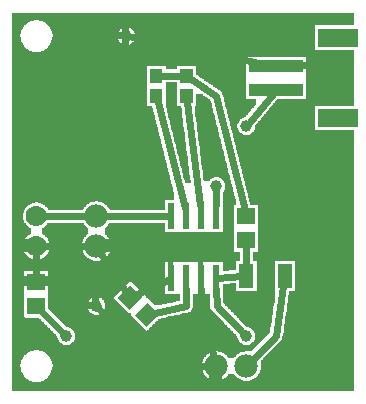
<source format=gtl>
G04 MADE WITH FRITZING*
G04 WWW.FRITZING.ORG*
G04 DOUBLE SIDED*
G04 HOLES PLATED*
G04 CONTOUR ON CENTER OF CONTOUR VECTOR*
%ASAXBY*%
%FSLAX23Y23*%
%MOIN*%
%OFA0B0*%
%SFA1.0B1.0*%
%ADD10C,0.075000*%
%ADD11C,0.070000*%
%ADD12C,0.078000*%
%ADD13C,0.039370*%
%ADD14R,0.024000X0.087000*%
%ADD15R,0.181102X0.039370*%
%ADD16R,0.133858X0.062992*%
%ADD17R,0.043307X0.047244*%
%ADD18R,0.049208X0.078736*%
%ADD19R,0.049222X0.078736*%
%ADD20R,0.059055X0.055118*%
%ADD21C,0.024000*%
%LNCOPPER1*%
G90*
G70*
G54D10*
X506Y1247D03*
G54D11*
X120Y623D03*
X120Y523D03*
G54D12*
X720Y123D03*
X820Y123D03*
X320Y623D03*
X320Y523D03*
G54D13*
X820Y223D03*
X220Y223D03*
X420Y1223D03*
X820Y923D03*
X720Y723D03*
X320Y324D03*
G54D14*
X620Y417D03*
X570Y623D03*
X670Y623D03*
X670Y417D03*
X620Y623D03*
X720Y417D03*
X720Y623D03*
X570Y417D03*
G54D15*
X920Y1123D03*
X920Y1044D03*
G54D16*
X1125Y1218D03*
X1125Y950D03*
G54D17*
X520Y1023D03*
X520Y1090D03*
G54D18*
X820Y423D03*
G54D19*
X948Y423D03*
G54D20*
X120Y323D03*
X120Y404D03*
X820Y623D03*
X820Y542D03*
G54D21*
X672Y283D02*
X711Y152D01*
D02*
X670Y379D02*
X672Y283D01*
D02*
X336Y498D02*
X420Y370D01*
D02*
X350Y623D02*
X564Y623D01*
D02*
X290Y623D02*
X146Y623D01*
D02*
X290Y523D02*
X146Y523D01*
D02*
X120Y497D02*
X120Y426D01*
D02*
X564Y414D02*
X455Y362D01*
D02*
X620Y323D02*
X620Y379D01*
D02*
X517Y301D02*
X620Y323D01*
D02*
X726Y417D02*
X801Y422D01*
D02*
X919Y224D02*
X943Y389D01*
D02*
X841Y144D02*
X919Y224D01*
D02*
X721Y323D02*
X720Y379D01*
D02*
X807Y237D02*
X721Y323D01*
D02*
X142Y301D02*
X207Y236D01*
D02*
X820Y457D02*
X820Y520D01*
D02*
X636Y1079D02*
X719Y1023D01*
D02*
X719Y1023D02*
X814Y645D01*
D02*
X849Y1137D02*
X439Y1219D01*
D02*
X832Y938D02*
X908Y1030D01*
D02*
X720Y661D02*
X720Y704D01*
D02*
X604Y1090D02*
X536Y1090D01*
D02*
X525Y1005D02*
X614Y649D01*
D02*
X665Y661D02*
X622Y1005D01*
D02*
X539Y123D02*
X690Y123D01*
D02*
X333Y310D02*
X520Y123D01*
G36*
X552Y1069D02*
X552Y983D01*
X554Y983D01*
X554Y975D01*
X556Y975D01*
X556Y967D01*
X558Y967D01*
X558Y959D01*
X560Y959D01*
X560Y951D01*
X562Y951D01*
X562Y943D01*
X564Y943D01*
X564Y935D01*
X566Y935D01*
X566Y927D01*
X568Y927D01*
X568Y919D01*
X570Y919D01*
X570Y911D01*
X572Y911D01*
X572Y903D01*
X574Y903D01*
X574Y895D01*
X576Y895D01*
X576Y887D01*
X578Y887D01*
X578Y879D01*
X580Y879D01*
X580Y871D01*
X582Y871D01*
X582Y863D01*
X584Y863D01*
X584Y855D01*
X586Y855D01*
X586Y847D01*
X588Y847D01*
X588Y839D01*
X590Y839D01*
X590Y831D01*
X592Y831D01*
X592Y823D01*
X594Y823D01*
X594Y815D01*
X596Y815D01*
X596Y807D01*
X598Y807D01*
X598Y799D01*
X600Y799D01*
X600Y791D01*
X602Y791D01*
X602Y783D01*
X604Y783D01*
X604Y775D01*
X606Y775D01*
X606Y767D01*
X608Y767D01*
X608Y759D01*
X610Y759D01*
X610Y751D01*
X612Y751D01*
X612Y743D01*
X614Y743D01*
X614Y735D01*
X634Y735D01*
X634Y743D01*
X632Y743D01*
X632Y759D01*
X630Y759D01*
X630Y775D01*
X628Y775D01*
X628Y791D01*
X626Y791D01*
X626Y807D01*
X624Y807D01*
X624Y823D01*
X622Y823D01*
X622Y839D01*
X620Y839D01*
X620Y855D01*
X618Y855D01*
X618Y871D01*
X616Y871D01*
X616Y887D01*
X614Y887D01*
X614Y903D01*
X612Y903D01*
X612Y919D01*
X610Y919D01*
X610Y935D01*
X608Y935D01*
X608Y951D01*
X606Y951D01*
X606Y967D01*
X604Y967D01*
X604Y983D01*
X602Y983D01*
X602Y989D01*
X590Y989D01*
X590Y991D01*
X588Y991D01*
X588Y1069D01*
X552Y1069D01*
G37*
D02*
G36*
X40Y1299D02*
X40Y1277D01*
X128Y1277D01*
X128Y1275D01*
X136Y1275D01*
X136Y1273D01*
X142Y1273D01*
X142Y1271D01*
X146Y1271D01*
X146Y1269D01*
X148Y1269D01*
X148Y1267D01*
X152Y1267D01*
X152Y1265D01*
X154Y1265D01*
X154Y1263D01*
X156Y1263D01*
X156Y1261D01*
X158Y1261D01*
X158Y1259D01*
X160Y1259D01*
X160Y1257D01*
X162Y1257D01*
X162Y1255D01*
X164Y1255D01*
X164Y1253D01*
X428Y1253D01*
X428Y1251D01*
X432Y1251D01*
X432Y1249D01*
X436Y1249D01*
X436Y1247D01*
X440Y1247D01*
X440Y1245D01*
X442Y1245D01*
X442Y1241D01*
X444Y1241D01*
X444Y1239D01*
X446Y1239D01*
X446Y1235D01*
X448Y1235D01*
X448Y1229D01*
X450Y1229D01*
X450Y1217D01*
X448Y1217D01*
X448Y1211D01*
X446Y1211D01*
X446Y1207D01*
X444Y1207D01*
X444Y1205D01*
X442Y1205D01*
X442Y1203D01*
X440Y1203D01*
X440Y1201D01*
X438Y1201D01*
X438Y1199D01*
X434Y1199D01*
X434Y1197D01*
X432Y1197D01*
X432Y1195D01*
X422Y1195D01*
X422Y1193D01*
X1048Y1193D01*
X1048Y1259D01*
X1180Y1259D01*
X1180Y1299D01*
X40Y1299D01*
G37*
D02*
G36*
X40Y1277D02*
X40Y1171D01*
X106Y1171D01*
X106Y1173D01*
X100Y1173D01*
X100Y1175D01*
X96Y1175D01*
X96Y1177D01*
X92Y1177D01*
X92Y1179D01*
X90Y1179D01*
X90Y1181D01*
X86Y1181D01*
X86Y1183D01*
X84Y1183D01*
X84Y1185D01*
X82Y1185D01*
X82Y1187D01*
X80Y1187D01*
X80Y1189D01*
X78Y1189D01*
X78Y1193D01*
X76Y1193D01*
X76Y1195D01*
X74Y1195D01*
X74Y1199D01*
X72Y1199D01*
X72Y1203D01*
X70Y1203D01*
X70Y1209D01*
X68Y1209D01*
X68Y1219D01*
X66Y1219D01*
X66Y1229D01*
X68Y1229D01*
X68Y1239D01*
X70Y1239D01*
X70Y1243D01*
X72Y1243D01*
X72Y1247D01*
X74Y1247D01*
X74Y1251D01*
X76Y1251D01*
X76Y1255D01*
X78Y1255D01*
X78Y1257D01*
X80Y1257D01*
X80Y1259D01*
X82Y1259D01*
X82Y1261D01*
X84Y1261D01*
X84Y1263D01*
X86Y1263D01*
X86Y1265D01*
X88Y1265D01*
X88Y1267D01*
X92Y1267D01*
X92Y1269D01*
X94Y1269D01*
X94Y1271D01*
X98Y1271D01*
X98Y1273D01*
X104Y1273D01*
X104Y1275D01*
X112Y1275D01*
X112Y1277D01*
X40Y1277D01*
G37*
D02*
G36*
X164Y1253D02*
X164Y1251D01*
X166Y1251D01*
X166Y1247D01*
X168Y1247D01*
X168Y1243D01*
X170Y1243D01*
X170Y1239D01*
X172Y1239D01*
X172Y1229D01*
X174Y1229D01*
X174Y1219D01*
X172Y1219D01*
X172Y1209D01*
X170Y1209D01*
X170Y1203D01*
X168Y1203D01*
X168Y1199D01*
X166Y1199D01*
X166Y1195D01*
X164Y1195D01*
X164Y1193D01*
X418Y1193D01*
X418Y1195D01*
X408Y1195D01*
X408Y1197D01*
X406Y1197D01*
X406Y1199D01*
X402Y1199D01*
X402Y1201D01*
X400Y1201D01*
X400Y1203D01*
X398Y1203D01*
X398Y1205D01*
X396Y1205D01*
X396Y1207D01*
X394Y1207D01*
X394Y1211D01*
X392Y1211D01*
X392Y1217D01*
X390Y1217D01*
X390Y1229D01*
X392Y1229D01*
X392Y1235D01*
X394Y1235D01*
X394Y1239D01*
X396Y1239D01*
X396Y1241D01*
X398Y1241D01*
X398Y1245D01*
X400Y1245D01*
X400Y1247D01*
X404Y1247D01*
X404Y1249D01*
X408Y1249D01*
X408Y1251D01*
X412Y1251D01*
X412Y1253D01*
X164Y1253D01*
G37*
D02*
G36*
X162Y1193D02*
X162Y1191D01*
X1048Y1191D01*
X1048Y1193D01*
X162Y1193D01*
G37*
D02*
G36*
X162Y1193D02*
X162Y1191D01*
X1048Y1191D01*
X1048Y1193D01*
X162Y1193D01*
G37*
D02*
G36*
X162Y1191D02*
X162Y1189D01*
X160Y1189D01*
X160Y1187D01*
X158Y1187D01*
X158Y1185D01*
X156Y1185D01*
X156Y1183D01*
X154Y1183D01*
X154Y1181D01*
X150Y1181D01*
X150Y1179D01*
X148Y1179D01*
X148Y1177D01*
X144Y1177D01*
X144Y1175D01*
X140Y1175D01*
X140Y1173D01*
X134Y1173D01*
X134Y1171D01*
X1180Y1171D01*
X1180Y1177D01*
X1048Y1177D01*
X1048Y1191D01*
X162Y1191D01*
G37*
D02*
G36*
X40Y1171D02*
X40Y1169D01*
X1180Y1169D01*
X1180Y1171D01*
X40Y1171D01*
G37*
D02*
G36*
X40Y1171D02*
X40Y1169D01*
X1180Y1169D01*
X1180Y1171D01*
X40Y1171D01*
G37*
D02*
G36*
X40Y1169D02*
X40Y1153D01*
X1020Y1153D01*
X1020Y1015D01*
X924Y1015D01*
X924Y1013D01*
X922Y1013D01*
X922Y1011D01*
X920Y1011D01*
X920Y1009D01*
X918Y1009D01*
X918Y1007D01*
X916Y1007D01*
X916Y1005D01*
X914Y1005D01*
X914Y1001D01*
X912Y1001D01*
X912Y999D01*
X910Y999D01*
X910Y997D01*
X908Y997D01*
X908Y995D01*
X906Y995D01*
X906Y991D01*
X904Y991D01*
X904Y989D01*
X902Y989D01*
X902Y987D01*
X900Y987D01*
X900Y985D01*
X898Y985D01*
X898Y983D01*
X896Y983D01*
X896Y979D01*
X894Y979D01*
X894Y977D01*
X892Y977D01*
X892Y975D01*
X890Y975D01*
X890Y973D01*
X888Y973D01*
X888Y971D01*
X886Y971D01*
X886Y967D01*
X884Y967D01*
X884Y965D01*
X882Y965D01*
X882Y963D01*
X880Y963D01*
X880Y961D01*
X878Y961D01*
X878Y957D01*
X876Y957D01*
X876Y955D01*
X874Y955D01*
X874Y953D01*
X872Y953D01*
X872Y951D01*
X870Y951D01*
X870Y949D01*
X868Y949D01*
X868Y945D01*
X866Y945D01*
X866Y943D01*
X864Y943D01*
X864Y941D01*
X862Y941D01*
X862Y939D01*
X860Y939D01*
X860Y937D01*
X858Y937D01*
X858Y933D01*
X856Y933D01*
X856Y931D01*
X854Y931D01*
X854Y929D01*
X852Y929D01*
X852Y927D01*
X850Y927D01*
X850Y917D01*
X848Y917D01*
X848Y911D01*
X846Y911D01*
X846Y907D01*
X844Y907D01*
X844Y905D01*
X842Y905D01*
X842Y903D01*
X840Y903D01*
X840Y901D01*
X838Y901D01*
X838Y899D01*
X834Y899D01*
X834Y897D01*
X832Y897D01*
X832Y895D01*
X822Y895D01*
X822Y893D01*
X1180Y893D01*
X1180Y909D01*
X1048Y909D01*
X1048Y991D01*
X1180Y991D01*
X1180Y1169D01*
X40Y1169D01*
G37*
D02*
G36*
X40Y1153D02*
X40Y1125D01*
X650Y1125D01*
X650Y1123D01*
X652Y1123D01*
X652Y1095D01*
X654Y1095D01*
X654Y1093D01*
X658Y1093D01*
X658Y1091D01*
X660Y1091D01*
X660Y1089D01*
X662Y1089D01*
X662Y1087D01*
X666Y1087D01*
X666Y1085D01*
X668Y1085D01*
X668Y1083D01*
X672Y1083D01*
X672Y1081D01*
X674Y1081D01*
X674Y1079D01*
X678Y1079D01*
X678Y1077D01*
X680Y1077D01*
X680Y1075D01*
X684Y1075D01*
X684Y1073D01*
X686Y1073D01*
X686Y1071D01*
X690Y1071D01*
X690Y1069D01*
X692Y1069D01*
X692Y1067D01*
X696Y1067D01*
X696Y1065D01*
X698Y1065D01*
X698Y1063D01*
X702Y1063D01*
X702Y1061D01*
X704Y1061D01*
X704Y1059D01*
X708Y1059D01*
X708Y1057D01*
X710Y1057D01*
X710Y1055D01*
X714Y1055D01*
X714Y1053D01*
X716Y1053D01*
X716Y1051D01*
X720Y1051D01*
X720Y1049D01*
X722Y1049D01*
X722Y1047D01*
X726Y1047D01*
X726Y1045D01*
X728Y1045D01*
X728Y1043D01*
X732Y1043D01*
X732Y1041D01*
X734Y1041D01*
X734Y1039D01*
X736Y1039D01*
X736Y1037D01*
X738Y1037D01*
X738Y1033D01*
X740Y1033D01*
X740Y1027D01*
X742Y1027D01*
X742Y1019D01*
X744Y1019D01*
X744Y1011D01*
X746Y1011D01*
X746Y1003D01*
X748Y1003D01*
X748Y995D01*
X750Y995D01*
X750Y987D01*
X752Y987D01*
X752Y981D01*
X754Y981D01*
X754Y973D01*
X756Y973D01*
X756Y965D01*
X758Y965D01*
X758Y957D01*
X760Y957D01*
X760Y949D01*
X762Y949D01*
X762Y941D01*
X764Y941D01*
X764Y933D01*
X766Y933D01*
X766Y925D01*
X768Y925D01*
X768Y917D01*
X770Y917D01*
X770Y909D01*
X772Y909D01*
X772Y901D01*
X774Y901D01*
X774Y893D01*
X818Y893D01*
X818Y895D01*
X808Y895D01*
X808Y897D01*
X806Y897D01*
X806Y899D01*
X802Y899D01*
X802Y901D01*
X800Y901D01*
X800Y903D01*
X798Y903D01*
X798Y905D01*
X796Y905D01*
X796Y907D01*
X794Y907D01*
X794Y911D01*
X792Y911D01*
X792Y917D01*
X790Y917D01*
X790Y929D01*
X792Y929D01*
X792Y935D01*
X794Y935D01*
X794Y939D01*
X796Y939D01*
X796Y941D01*
X798Y941D01*
X798Y945D01*
X800Y945D01*
X800Y947D01*
X804Y947D01*
X804Y949D01*
X808Y949D01*
X808Y951D01*
X812Y951D01*
X812Y953D01*
X816Y953D01*
X816Y955D01*
X818Y955D01*
X818Y957D01*
X820Y957D01*
X820Y959D01*
X822Y959D01*
X822Y961D01*
X824Y961D01*
X824Y965D01*
X826Y965D01*
X826Y967D01*
X828Y967D01*
X828Y969D01*
X830Y969D01*
X830Y971D01*
X832Y971D01*
X832Y973D01*
X834Y973D01*
X834Y977D01*
X836Y977D01*
X836Y979D01*
X838Y979D01*
X838Y981D01*
X840Y981D01*
X840Y983D01*
X842Y983D01*
X842Y985D01*
X844Y985D01*
X844Y989D01*
X846Y989D01*
X846Y991D01*
X848Y991D01*
X848Y993D01*
X850Y993D01*
X850Y995D01*
X852Y995D01*
X852Y1015D01*
X820Y1015D01*
X820Y1153D01*
X40Y1153D01*
G37*
D02*
G36*
X40Y1125D02*
X40Y673D01*
X326Y673D01*
X326Y671D01*
X334Y671D01*
X334Y669D01*
X340Y669D01*
X340Y667D01*
X344Y667D01*
X344Y665D01*
X348Y665D01*
X348Y663D01*
X350Y663D01*
X350Y661D01*
X352Y661D01*
X352Y659D01*
X354Y659D01*
X354Y657D01*
X356Y657D01*
X356Y655D01*
X358Y655D01*
X358Y653D01*
X360Y653D01*
X360Y649D01*
X362Y649D01*
X362Y647D01*
X364Y647D01*
X364Y645D01*
X548Y645D01*
X548Y677D01*
X580Y677D01*
X580Y697D01*
X578Y697D01*
X578Y705D01*
X576Y705D01*
X576Y713D01*
X574Y713D01*
X574Y721D01*
X572Y721D01*
X572Y729D01*
X570Y729D01*
X570Y737D01*
X568Y737D01*
X568Y745D01*
X566Y745D01*
X566Y753D01*
X564Y753D01*
X564Y761D01*
X562Y761D01*
X562Y769D01*
X560Y769D01*
X560Y777D01*
X558Y777D01*
X558Y785D01*
X556Y785D01*
X556Y793D01*
X554Y793D01*
X554Y801D01*
X552Y801D01*
X552Y809D01*
X550Y809D01*
X550Y817D01*
X548Y817D01*
X548Y825D01*
X546Y825D01*
X546Y833D01*
X544Y833D01*
X544Y841D01*
X542Y841D01*
X542Y849D01*
X540Y849D01*
X540Y857D01*
X538Y857D01*
X538Y865D01*
X536Y865D01*
X536Y873D01*
X534Y873D01*
X534Y881D01*
X532Y881D01*
X532Y889D01*
X530Y889D01*
X530Y897D01*
X528Y897D01*
X528Y905D01*
X526Y905D01*
X526Y913D01*
X524Y913D01*
X524Y921D01*
X522Y921D01*
X522Y929D01*
X520Y929D01*
X520Y937D01*
X518Y937D01*
X518Y945D01*
X516Y945D01*
X516Y953D01*
X514Y953D01*
X514Y961D01*
X512Y961D01*
X512Y969D01*
X510Y969D01*
X510Y977D01*
X508Y977D01*
X508Y985D01*
X506Y985D01*
X506Y989D01*
X490Y989D01*
X490Y991D01*
X488Y991D01*
X488Y1123D01*
X490Y1123D01*
X490Y1125D01*
X40Y1125D01*
G37*
D02*
G36*
X550Y1125D02*
X550Y1123D01*
X552Y1123D01*
X552Y1113D01*
X588Y1113D01*
X588Y1123D01*
X590Y1123D01*
X590Y1125D01*
X550Y1125D01*
G37*
D02*
G36*
X652Y1029D02*
X652Y991D01*
X650Y991D01*
X650Y989D01*
X648Y989D01*
X648Y969D01*
X650Y969D01*
X650Y953D01*
X652Y953D01*
X652Y937D01*
X654Y937D01*
X654Y921D01*
X656Y921D01*
X656Y905D01*
X658Y905D01*
X658Y889D01*
X660Y889D01*
X660Y873D01*
X662Y873D01*
X662Y857D01*
X664Y857D01*
X664Y841D01*
X666Y841D01*
X666Y825D01*
X668Y825D01*
X668Y809D01*
X670Y809D01*
X670Y793D01*
X672Y793D01*
X672Y777D01*
X674Y777D01*
X674Y761D01*
X676Y761D01*
X676Y753D01*
X728Y753D01*
X728Y751D01*
X732Y751D01*
X732Y749D01*
X736Y749D01*
X736Y747D01*
X740Y747D01*
X740Y745D01*
X742Y745D01*
X742Y741D01*
X744Y741D01*
X744Y739D01*
X746Y739D01*
X746Y735D01*
X748Y735D01*
X748Y729D01*
X750Y729D01*
X750Y717D01*
X748Y717D01*
X748Y711D01*
X746Y711D01*
X746Y707D01*
X744Y707D01*
X744Y705D01*
X742Y705D01*
X742Y569D01*
X780Y569D01*
X780Y661D01*
X784Y661D01*
X784Y681D01*
X782Y681D01*
X782Y689D01*
X780Y689D01*
X780Y697D01*
X778Y697D01*
X778Y705D01*
X776Y705D01*
X776Y713D01*
X774Y713D01*
X774Y721D01*
X772Y721D01*
X772Y729D01*
X770Y729D01*
X770Y735D01*
X768Y735D01*
X768Y743D01*
X766Y743D01*
X766Y751D01*
X764Y751D01*
X764Y759D01*
X762Y759D01*
X762Y767D01*
X760Y767D01*
X760Y775D01*
X758Y775D01*
X758Y783D01*
X756Y783D01*
X756Y791D01*
X754Y791D01*
X754Y799D01*
X752Y799D01*
X752Y807D01*
X750Y807D01*
X750Y815D01*
X748Y815D01*
X748Y823D01*
X746Y823D01*
X746Y831D01*
X744Y831D01*
X744Y839D01*
X742Y839D01*
X742Y847D01*
X740Y847D01*
X740Y855D01*
X738Y855D01*
X738Y863D01*
X736Y863D01*
X736Y871D01*
X734Y871D01*
X734Y879D01*
X732Y879D01*
X732Y887D01*
X730Y887D01*
X730Y895D01*
X728Y895D01*
X728Y903D01*
X726Y903D01*
X726Y911D01*
X724Y911D01*
X724Y919D01*
X722Y919D01*
X722Y927D01*
X720Y927D01*
X720Y935D01*
X718Y935D01*
X718Y943D01*
X716Y943D01*
X716Y951D01*
X714Y951D01*
X714Y959D01*
X712Y959D01*
X712Y967D01*
X710Y967D01*
X710Y975D01*
X708Y975D01*
X708Y983D01*
X706Y983D01*
X706Y991D01*
X704Y991D01*
X704Y999D01*
X702Y999D01*
X702Y1007D01*
X700Y1007D01*
X700Y1011D01*
X698Y1011D01*
X698Y1013D01*
X694Y1013D01*
X694Y1015D01*
X692Y1015D01*
X692Y1017D01*
X688Y1017D01*
X688Y1019D01*
X686Y1019D01*
X686Y1021D01*
X682Y1021D01*
X682Y1023D01*
X680Y1023D01*
X680Y1025D01*
X676Y1025D01*
X676Y1027D01*
X674Y1027D01*
X674Y1029D01*
X652Y1029D01*
G37*
D02*
G36*
X776Y893D02*
X776Y891D01*
X1180Y891D01*
X1180Y893D01*
X776Y893D01*
G37*
D02*
G36*
X776Y893D02*
X776Y891D01*
X1180Y891D01*
X1180Y893D01*
X776Y893D01*
G37*
D02*
G36*
X776Y891D02*
X776Y885D01*
X778Y885D01*
X778Y877D01*
X780Y877D01*
X780Y869D01*
X782Y869D01*
X782Y861D01*
X784Y861D01*
X784Y853D01*
X786Y853D01*
X786Y845D01*
X788Y845D01*
X788Y837D01*
X790Y837D01*
X790Y829D01*
X792Y829D01*
X792Y821D01*
X794Y821D01*
X794Y813D01*
X796Y813D01*
X796Y805D01*
X798Y805D01*
X798Y797D01*
X800Y797D01*
X800Y789D01*
X802Y789D01*
X802Y781D01*
X804Y781D01*
X804Y773D01*
X806Y773D01*
X806Y765D01*
X808Y765D01*
X808Y757D01*
X810Y757D01*
X810Y749D01*
X812Y749D01*
X812Y741D01*
X814Y741D01*
X814Y733D01*
X816Y733D01*
X816Y725D01*
X818Y725D01*
X818Y717D01*
X820Y717D01*
X820Y709D01*
X822Y709D01*
X822Y701D01*
X824Y701D01*
X824Y693D01*
X826Y693D01*
X826Y685D01*
X828Y685D01*
X828Y677D01*
X830Y677D01*
X830Y669D01*
X832Y669D01*
X832Y661D01*
X860Y661D01*
X860Y505D01*
X842Y505D01*
X842Y473D01*
X982Y473D01*
X982Y375D01*
X964Y375D01*
X964Y373D01*
X962Y373D01*
X962Y359D01*
X960Y359D01*
X960Y347D01*
X958Y347D01*
X958Y333D01*
X956Y333D01*
X956Y319D01*
X954Y319D01*
X954Y305D01*
X952Y305D01*
X952Y291D01*
X950Y291D01*
X950Y277D01*
X948Y277D01*
X948Y263D01*
X946Y263D01*
X946Y249D01*
X944Y249D01*
X944Y235D01*
X942Y235D01*
X942Y223D01*
X940Y223D01*
X940Y215D01*
X938Y215D01*
X938Y211D01*
X936Y211D01*
X936Y209D01*
X934Y209D01*
X934Y207D01*
X932Y207D01*
X932Y205D01*
X930Y205D01*
X930Y203D01*
X928Y203D01*
X928Y201D01*
X926Y201D01*
X926Y199D01*
X924Y199D01*
X924Y197D01*
X922Y197D01*
X922Y195D01*
X920Y195D01*
X920Y193D01*
X918Y193D01*
X918Y191D01*
X916Y191D01*
X916Y189D01*
X914Y189D01*
X914Y187D01*
X912Y187D01*
X912Y185D01*
X910Y185D01*
X910Y183D01*
X908Y183D01*
X908Y181D01*
X906Y181D01*
X906Y179D01*
X904Y179D01*
X904Y177D01*
X902Y177D01*
X902Y175D01*
X900Y175D01*
X900Y173D01*
X898Y173D01*
X898Y171D01*
X896Y171D01*
X896Y169D01*
X894Y169D01*
X894Y167D01*
X892Y167D01*
X892Y165D01*
X890Y165D01*
X890Y163D01*
X888Y163D01*
X888Y161D01*
X886Y161D01*
X886Y159D01*
X884Y159D01*
X884Y157D01*
X882Y157D01*
X882Y155D01*
X880Y155D01*
X880Y153D01*
X878Y153D01*
X878Y149D01*
X876Y149D01*
X876Y147D01*
X874Y147D01*
X874Y145D01*
X872Y145D01*
X872Y143D01*
X870Y143D01*
X870Y141D01*
X868Y141D01*
X868Y111D01*
X866Y111D01*
X866Y105D01*
X864Y105D01*
X864Y101D01*
X862Y101D01*
X862Y97D01*
X860Y97D01*
X860Y95D01*
X858Y95D01*
X858Y91D01*
X856Y91D01*
X856Y89D01*
X854Y89D01*
X854Y87D01*
X852Y87D01*
X852Y85D01*
X848Y85D01*
X848Y83D01*
X846Y83D01*
X846Y81D01*
X842Y81D01*
X842Y79D01*
X838Y79D01*
X838Y77D01*
X832Y77D01*
X832Y75D01*
X1180Y75D01*
X1180Y891D01*
X776Y891D01*
G37*
D02*
G36*
X676Y753D02*
X676Y745D01*
X678Y745D01*
X678Y741D01*
X698Y741D01*
X698Y745D01*
X700Y745D01*
X700Y747D01*
X704Y747D01*
X704Y749D01*
X708Y749D01*
X708Y751D01*
X712Y751D01*
X712Y753D01*
X676Y753D01*
G37*
D02*
G36*
X40Y673D02*
X40Y669D01*
X126Y669D01*
X126Y667D01*
X134Y667D01*
X134Y665D01*
X140Y665D01*
X140Y663D01*
X142Y663D01*
X142Y661D01*
X146Y661D01*
X146Y659D01*
X148Y659D01*
X148Y657D01*
X150Y657D01*
X150Y655D01*
X152Y655D01*
X152Y653D01*
X154Y653D01*
X154Y651D01*
X156Y651D01*
X156Y649D01*
X158Y649D01*
X158Y645D01*
X276Y645D01*
X276Y647D01*
X278Y647D01*
X278Y649D01*
X280Y649D01*
X280Y653D01*
X282Y653D01*
X282Y655D01*
X284Y655D01*
X284Y657D01*
X286Y657D01*
X286Y659D01*
X288Y659D01*
X288Y661D01*
X290Y661D01*
X290Y663D01*
X292Y663D01*
X292Y665D01*
X296Y665D01*
X296Y667D01*
X300Y667D01*
X300Y669D01*
X306Y669D01*
X306Y671D01*
X314Y671D01*
X314Y673D01*
X40Y673D01*
G37*
D02*
G36*
X40Y669D02*
X40Y479D01*
X108Y479D01*
X108Y481D01*
X102Y481D01*
X102Y483D01*
X98Y483D01*
X98Y485D01*
X96Y485D01*
X96Y487D01*
X92Y487D01*
X92Y489D01*
X90Y489D01*
X90Y491D01*
X88Y491D01*
X88Y493D01*
X86Y493D01*
X86Y495D01*
X84Y495D01*
X84Y497D01*
X82Y497D01*
X82Y501D01*
X80Y501D01*
X80Y505D01*
X78Y505D01*
X78Y511D01*
X76Y511D01*
X76Y535D01*
X78Y535D01*
X78Y541D01*
X80Y541D01*
X80Y545D01*
X82Y545D01*
X82Y549D01*
X84Y549D01*
X84Y551D01*
X86Y551D01*
X86Y553D01*
X88Y553D01*
X88Y555D01*
X90Y555D01*
X90Y557D01*
X92Y557D01*
X92Y559D01*
X94Y559D01*
X94Y561D01*
X98Y561D01*
X98Y563D01*
X102Y563D01*
X102Y583D01*
X98Y583D01*
X98Y585D01*
X96Y585D01*
X96Y587D01*
X92Y587D01*
X92Y589D01*
X90Y589D01*
X90Y591D01*
X88Y591D01*
X88Y593D01*
X86Y593D01*
X86Y595D01*
X84Y595D01*
X84Y599D01*
X82Y599D01*
X82Y601D01*
X80Y601D01*
X80Y605D01*
X78Y605D01*
X78Y611D01*
X76Y611D01*
X76Y635D01*
X78Y635D01*
X78Y641D01*
X80Y641D01*
X80Y645D01*
X82Y645D01*
X82Y649D01*
X84Y649D01*
X84Y651D01*
X86Y651D01*
X86Y653D01*
X88Y653D01*
X88Y655D01*
X90Y655D01*
X90Y657D01*
X92Y657D01*
X92Y659D01*
X94Y659D01*
X94Y661D01*
X98Y661D01*
X98Y663D01*
X100Y663D01*
X100Y665D01*
X106Y665D01*
X106Y667D01*
X114Y667D01*
X114Y669D01*
X40Y669D01*
G37*
D02*
G36*
X158Y601D02*
X158Y599D01*
X156Y599D01*
X156Y595D01*
X154Y595D01*
X154Y593D01*
X152Y593D01*
X152Y591D01*
X150Y591D01*
X150Y589D01*
X148Y589D01*
X148Y587D01*
X144Y587D01*
X144Y585D01*
X142Y585D01*
X142Y583D01*
X138Y583D01*
X138Y563D01*
X142Y563D01*
X142Y561D01*
X146Y561D01*
X146Y559D01*
X148Y559D01*
X148Y557D01*
X150Y557D01*
X150Y555D01*
X152Y555D01*
X152Y553D01*
X154Y553D01*
X154Y551D01*
X156Y551D01*
X156Y549D01*
X158Y549D01*
X158Y545D01*
X160Y545D01*
X160Y541D01*
X162Y541D01*
X162Y535D01*
X164Y535D01*
X164Y511D01*
X162Y511D01*
X162Y505D01*
X160Y505D01*
X160Y501D01*
X158Y501D01*
X158Y497D01*
X156Y497D01*
X156Y495D01*
X154Y495D01*
X154Y493D01*
X152Y493D01*
X152Y491D01*
X150Y491D01*
X150Y489D01*
X148Y489D01*
X148Y487D01*
X144Y487D01*
X144Y485D01*
X142Y485D01*
X142Y483D01*
X138Y483D01*
X138Y481D01*
X132Y481D01*
X132Y479D01*
X298Y479D01*
X298Y481D01*
X294Y481D01*
X294Y483D01*
X292Y483D01*
X292Y485D01*
X288Y485D01*
X288Y487D01*
X286Y487D01*
X286Y489D01*
X284Y489D01*
X284Y491D01*
X282Y491D01*
X282Y495D01*
X280Y495D01*
X280Y497D01*
X278Y497D01*
X278Y501D01*
X276Y501D01*
X276Y505D01*
X274Y505D01*
X274Y511D01*
X272Y511D01*
X272Y537D01*
X274Y537D01*
X274Y543D01*
X276Y543D01*
X276Y547D01*
X278Y547D01*
X278Y549D01*
X280Y549D01*
X280Y553D01*
X282Y553D01*
X282Y555D01*
X284Y555D01*
X284Y557D01*
X286Y557D01*
X286Y559D01*
X288Y559D01*
X288Y561D01*
X290Y561D01*
X290Y563D01*
X292Y563D01*
X292Y585D01*
X288Y585D01*
X288Y587D01*
X286Y587D01*
X286Y589D01*
X284Y589D01*
X284Y591D01*
X282Y591D01*
X282Y595D01*
X280Y595D01*
X280Y597D01*
X278Y597D01*
X278Y601D01*
X158Y601D01*
G37*
D02*
G36*
X362Y601D02*
X362Y597D01*
X360Y597D01*
X360Y595D01*
X358Y595D01*
X358Y591D01*
X356Y591D01*
X356Y589D01*
X354Y589D01*
X354Y587D01*
X352Y587D01*
X352Y585D01*
X348Y585D01*
X348Y569D01*
X548Y569D01*
X548Y601D01*
X362Y601D01*
G37*
D02*
G36*
X348Y569D02*
X348Y567D01*
X780Y567D01*
X780Y569D01*
X348Y569D01*
G37*
D02*
G36*
X348Y569D02*
X348Y567D01*
X780Y567D01*
X780Y569D01*
X348Y569D01*
G37*
D02*
G36*
X348Y567D02*
X348Y563D01*
X350Y563D01*
X350Y561D01*
X352Y561D01*
X352Y559D01*
X354Y559D01*
X354Y557D01*
X356Y557D01*
X356Y555D01*
X358Y555D01*
X358Y553D01*
X360Y553D01*
X360Y549D01*
X362Y549D01*
X362Y547D01*
X364Y547D01*
X364Y543D01*
X366Y543D01*
X366Y537D01*
X368Y537D01*
X368Y511D01*
X366Y511D01*
X366Y505D01*
X364Y505D01*
X364Y501D01*
X362Y501D01*
X362Y497D01*
X360Y497D01*
X360Y495D01*
X358Y495D01*
X358Y491D01*
X356Y491D01*
X356Y489D01*
X354Y489D01*
X354Y487D01*
X352Y487D01*
X352Y485D01*
X348Y485D01*
X348Y483D01*
X346Y483D01*
X346Y481D01*
X342Y481D01*
X342Y479D01*
X338Y479D01*
X338Y477D01*
X332Y477D01*
X332Y475D01*
X798Y475D01*
X798Y505D01*
X780Y505D01*
X780Y567D01*
X348Y567D01*
G37*
D02*
G36*
X40Y479D02*
X40Y477D01*
X302Y477D01*
X302Y479D01*
X40Y479D01*
G37*
D02*
G36*
X40Y479D02*
X40Y477D01*
X302Y477D01*
X302Y479D01*
X40Y479D01*
G37*
D02*
G36*
X40Y477D02*
X40Y475D01*
X308Y475D01*
X308Y477D01*
X40Y477D01*
G37*
D02*
G36*
X40Y475D02*
X40Y473D01*
X798Y473D01*
X798Y475D01*
X40Y475D01*
G37*
D02*
G36*
X40Y475D02*
X40Y473D01*
X798Y473D01*
X798Y475D01*
X40Y475D01*
G37*
D02*
G36*
X40Y473D02*
X40Y471D01*
X742Y471D01*
X742Y441D01*
X762Y441D01*
X762Y443D01*
X786Y443D01*
X786Y473D01*
X40Y473D01*
G37*
D02*
G36*
X854Y473D02*
X854Y375D01*
X914Y375D01*
X914Y473D01*
X854Y473D01*
G37*
D02*
G36*
X40Y471D02*
X40Y441D01*
X160Y441D01*
X160Y405D01*
X436Y405D01*
X436Y403D01*
X438Y403D01*
X438Y401D01*
X440Y401D01*
X440Y399D01*
X442Y399D01*
X442Y397D01*
X444Y397D01*
X444Y395D01*
X446Y395D01*
X446Y393D01*
X448Y393D01*
X448Y391D01*
X450Y391D01*
X450Y389D01*
X452Y389D01*
X452Y387D01*
X454Y387D01*
X454Y385D01*
X456Y385D01*
X456Y383D01*
X458Y383D01*
X458Y381D01*
X460Y381D01*
X460Y379D01*
X462Y379D01*
X462Y377D01*
X464Y377D01*
X464Y375D01*
X466Y375D01*
X466Y373D01*
X468Y373D01*
X468Y371D01*
X470Y371D01*
X470Y369D01*
X472Y369D01*
X472Y367D01*
X474Y367D01*
X474Y365D01*
X476Y365D01*
X476Y363D01*
X478Y363D01*
X478Y361D01*
X480Y361D01*
X480Y359D01*
X482Y359D01*
X482Y357D01*
X484Y357D01*
X484Y355D01*
X486Y355D01*
X486Y349D01*
X492Y349D01*
X492Y347D01*
X494Y347D01*
X494Y345D01*
X496Y345D01*
X496Y343D01*
X498Y343D01*
X498Y341D01*
X500Y341D01*
X500Y339D01*
X502Y339D01*
X502Y337D01*
X504Y337D01*
X504Y335D01*
X506Y335D01*
X506Y333D01*
X508Y333D01*
X508Y331D01*
X510Y331D01*
X510Y329D01*
X512Y329D01*
X512Y327D01*
X538Y327D01*
X538Y329D01*
X546Y329D01*
X546Y331D01*
X556Y331D01*
X556Y333D01*
X566Y333D01*
X566Y335D01*
X574Y335D01*
X574Y337D01*
X584Y337D01*
X584Y339D01*
X592Y339D01*
X592Y341D01*
X598Y341D01*
X598Y363D01*
X548Y363D01*
X548Y471D01*
X40Y471D01*
G37*
D02*
G36*
X40Y441D02*
X40Y193D01*
X218Y193D01*
X218Y195D01*
X208Y195D01*
X208Y197D01*
X206Y197D01*
X206Y199D01*
X202Y199D01*
X202Y201D01*
X200Y201D01*
X200Y203D01*
X198Y203D01*
X198Y205D01*
X196Y205D01*
X196Y207D01*
X194Y207D01*
X194Y211D01*
X192Y211D01*
X192Y217D01*
X190Y217D01*
X190Y223D01*
X188Y223D01*
X188Y225D01*
X186Y225D01*
X186Y227D01*
X184Y227D01*
X184Y229D01*
X182Y229D01*
X182Y231D01*
X180Y231D01*
X180Y233D01*
X178Y233D01*
X178Y235D01*
X176Y235D01*
X176Y237D01*
X174Y237D01*
X174Y239D01*
X172Y239D01*
X172Y241D01*
X170Y241D01*
X170Y243D01*
X168Y243D01*
X168Y245D01*
X166Y245D01*
X166Y247D01*
X164Y247D01*
X164Y249D01*
X162Y249D01*
X162Y251D01*
X160Y251D01*
X160Y253D01*
X158Y253D01*
X158Y255D01*
X156Y255D01*
X156Y257D01*
X154Y257D01*
X154Y259D01*
X152Y259D01*
X152Y261D01*
X150Y261D01*
X150Y263D01*
X148Y263D01*
X148Y265D01*
X146Y265D01*
X146Y267D01*
X144Y267D01*
X144Y269D01*
X142Y269D01*
X142Y271D01*
X140Y271D01*
X140Y273D01*
X138Y273D01*
X138Y275D01*
X136Y275D01*
X136Y277D01*
X134Y277D01*
X134Y279D01*
X132Y279D01*
X132Y281D01*
X130Y281D01*
X130Y283D01*
X128Y283D01*
X128Y285D01*
X82Y285D01*
X82Y287D01*
X80Y287D01*
X80Y441D01*
X40Y441D01*
G37*
D02*
G36*
X160Y405D02*
X160Y353D01*
X330Y353D01*
X330Y351D01*
X334Y351D01*
X334Y349D01*
X338Y349D01*
X338Y347D01*
X340Y347D01*
X340Y345D01*
X342Y345D01*
X342Y343D01*
X344Y343D01*
X344Y339D01*
X346Y339D01*
X346Y335D01*
X348Y335D01*
X348Y325D01*
X350Y325D01*
X350Y323D01*
X348Y323D01*
X348Y313D01*
X346Y313D01*
X346Y309D01*
X344Y309D01*
X344Y307D01*
X342Y307D01*
X342Y303D01*
X338Y303D01*
X338Y301D01*
X336Y301D01*
X336Y299D01*
X332Y299D01*
X332Y297D01*
X328Y297D01*
X328Y295D01*
X434Y295D01*
X434Y299D01*
X428Y299D01*
X428Y301D01*
X426Y301D01*
X426Y303D01*
X424Y303D01*
X424Y305D01*
X422Y305D01*
X422Y307D01*
X420Y307D01*
X420Y309D01*
X418Y309D01*
X418Y311D01*
X416Y311D01*
X416Y313D01*
X414Y313D01*
X414Y315D01*
X412Y315D01*
X412Y317D01*
X410Y317D01*
X410Y319D01*
X408Y319D01*
X408Y321D01*
X406Y321D01*
X406Y323D01*
X404Y323D01*
X404Y325D01*
X402Y325D01*
X402Y327D01*
X400Y327D01*
X400Y329D01*
X398Y329D01*
X398Y331D01*
X396Y331D01*
X396Y333D01*
X394Y333D01*
X394Y335D01*
X392Y335D01*
X392Y337D01*
X390Y337D01*
X390Y339D01*
X388Y339D01*
X388Y341D01*
X386Y341D01*
X386Y343D01*
X384Y343D01*
X384Y345D01*
X382Y345D01*
X382Y347D01*
X380Y347D01*
X380Y349D01*
X378Y349D01*
X378Y353D01*
X380Y353D01*
X380Y355D01*
X382Y355D01*
X382Y357D01*
X384Y357D01*
X384Y359D01*
X386Y359D01*
X386Y361D01*
X388Y361D01*
X388Y363D01*
X390Y363D01*
X390Y365D01*
X392Y365D01*
X392Y367D01*
X394Y367D01*
X394Y369D01*
X396Y369D01*
X396Y371D01*
X398Y371D01*
X398Y373D01*
X400Y373D01*
X400Y375D01*
X402Y375D01*
X402Y377D01*
X404Y377D01*
X404Y379D01*
X406Y379D01*
X406Y381D01*
X408Y381D01*
X408Y383D01*
X410Y383D01*
X410Y385D01*
X412Y385D01*
X412Y387D01*
X414Y387D01*
X414Y389D01*
X416Y389D01*
X416Y391D01*
X418Y391D01*
X418Y393D01*
X420Y393D01*
X420Y395D01*
X422Y395D01*
X422Y397D01*
X424Y397D01*
X424Y399D01*
X426Y399D01*
X426Y401D01*
X428Y401D01*
X428Y403D01*
X430Y403D01*
X430Y405D01*
X160Y405D01*
G37*
D02*
G36*
X764Y399D02*
X764Y397D01*
X742Y397D01*
X742Y375D01*
X786Y375D01*
X786Y399D01*
X764Y399D01*
G37*
D02*
G36*
X742Y375D02*
X742Y373D01*
X916Y373D01*
X916Y375D01*
X742Y375D01*
G37*
D02*
G36*
X742Y375D02*
X742Y373D01*
X916Y373D01*
X916Y375D01*
X742Y375D01*
G37*
D02*
G36*
X742Y373D02*
X742Y333D01*
X744Y333D01*
X744Y331D01*
X746Y331D01*
X746Y329D01*
X748Y329D01*
X748Y327D01*
X750Y327D01*
X750Y325D01*
X752Y325D01*
X752Y323D01*
X754Y323D01*
X754Y321D01*
X756Y321D01*
X756Y319D01*
X758Y319D01*
X758Y317D01*
X760Y317D01*
X760Y315D01*
X762Y315D01*
X762Y313D01*
X764Y313D01*
X764Y311D01*
X766Y311D01*
X766Y309D01*
X768Y309D01*
X768Y307D01*
X770Y307D01*
X770Y305D01*
X772Y305D01*
X772Y303D01*
X774Y303D01*
X774Y301D01*
X776Y301D01*
X776Y299D01*
X778Y299D01*
X778Y297D01*
X780Y297D01*
X780Y295D01*
X782Y295D01*
X782Y293D01*
X784Y293D01*
X784Y291D01*
X786Y291D01*
X786Y289D01*
X788Y289D01*
X788Y287D01*
X790Y287D01*
X790Y285D01*
X792Y285D01*
X792Y283D01*
X794Y283D01*
X794Y279D01*
X796Y279D01*
X796Y277D01*
X798Y277D01*
X798Y275D01*
X800Y275D01*
X800Y273D01*
X802Y273D01*
X802Y271D01*
X804Y271D01*
X804Y269D01*
X806Y269D01*
X806Y267D01*
X808Y267D01*
X808Y265D01*
X810Y265D01*
X810Y263D01*
X812Y263D01*
X812Y261D01*
X814Y261D01*
X814Y259D01*
X816Y259D01*
X816Y257D01*
X818Y257D01*
X818Y255D01*
X820Y255D01*
X820Y253D01*
X828Y253D01*
X828Y251D01*
X832Y251D01*
X832Y249D01*
X836Y249D01*
X836Y247D01*
X840Y247D01*
X840Y245D01*
X842Y245D01*
X842Y241D01*
X844Y241D01*
X844Y239D01*
X846Y239D01*
X846Y235D01*
X848Y235D01*
X848Y229D01*
X850Y229D01*
X850Y217D01*
X848Y217D01*
X848Y211D01*
X846Y211D01*
X846Y207D01*
X844Y207D01*
X844Y205D01*
X842Y205D01*
X842Y203D01*
X840Y203D01*
X840Y201D01*
X838Y201D01*
X838Y199D01*
X834Y199D01*
X834Y197D01*
X832Y197D01*
X832Y195D01*
X822Y195D01*
X822Y193D01*
X858Y193D01*
X858Y195D01*
X860Y195D01*
X860Y197D01*
X862Y197D01*
X862Y199D01*
X864Y199D01*
X864Y201D01*
X866Y201D01*
X866Y203D01*
X868Y203D01*
X868Y205D01*
X870Y205D01*
X870Y207D01*
X872Y207D01*
X872Y209D01*
X874Y209D01*
X874Y211D01*
X876Y211D01*
X876Y213D01*
X878Y213D01*
X878Y215D01*
X880Y215D01*
X880Y217D01*
X882Y217D01*
X882Y219D01*
X884Y219D01*
X884Y221D01*
X886Y221D01*
X886Y223D01*
X888Y223D01*
X888Y225D01*
X890Y225D01*
X890Y227D01*
X892Y227D01*
X892Y229D01*
X894Y229D01*
X894Y231D01*
X896Y231D01*
X896Y233D01*
X898Y233D01*
X898Y239D01*
X900Y239D01*
X900Y253D01*
X902Y253D01*
X902Y267D01*
X904Y267D01*
X904Y281D01*
X906Y281D01*
X906Y295D01*
X908Y295D01*
X908Y309D01*
X910Y309D01*
X910Y323D01*
X912Y323D01*
X912Y335D01*
X914Y335D01*
X914Y349D01*
X916Y349D01*
X916Y373D01*
X742Y373D01*
G37*
D02*
G36*
X642Y363D02*
X642Y317D01*
X640Y317D01*
X640Y313D01*
X638Y313D01*
X638Y309D01*
X636Y309D01*
X636Y307D01*
X634Y307D01*
X634Y305D01*
X630Y305D01*
X630Y303D01*
X624Y303D01*
X624Y301D01*
X616Y301D01*
X616Y299D01*
X606Y299D01*
X606Y297D01*
X598Y297D01*
X598Y295D01*
X588Y295D01*
X588Y293D01*
X580Y293D01*
X580Y291D01*
X570Y291D01*
X570Y289D01*
X560Y289D01*
X560Y287D01*
X552Y287D01*
X552Y285D01*
X542Y285D01*
X542Y283D01*
X534Y283D01*
X534Y281D01*
X528Y281D01*
X528Y279D01*
X526Y279D01*
X526Y277D01*
X524Y277D01*
X524Y275D01*
X522Y275D01*
X522Y273D01*
X520Y273D01*
X520Y271D01*
X518Y271D01*
X518Y269D01*
X516Y269D01*
X516Y267D01*
X514Y267D01*
X514Y265D01*
X512Y265D01*
X512Y263D01*
X510Y263D01*
X510Y261D01*
X508Y261D01*
X508Y259D01*
X506Y259D01*
X506Y257D01*
X504Y257D01*
X504Y255D01*
X502Y255D01*
X502Y253D01*
X500Y253D01*
X500Y251D01*
X498Y251D01*
X498Y249D01*
X496Y249D01*
X496Y247D01*
X494Y247D01*
X494Y245D01*
X492Y245D01*
X492Y243D01*
X490Y243D01*
X490Y241D01*
X770Y241D01*
X770Y243D01*
X768Y243D01*
X768Y245D01*
X766Y245D01*
X766Y247D01*
X764Y247D01*
X764Y249D01*
X762Y249D01*
X762Y251D01*
X760Y251D01*
X760Y253D01*
X758Y253D01*
X758Y255D01*
X756Y255D01*
X756Y257D01*
X754Y257D01*
X754Y259D01*
X752Y259D01*
X752Y261D01*
X750Y261D01*
X750Y263D01*
X748Y263D01*
X748Y265D01*
X746Y265D01*
X746Y267D01*
X744Y267D01*
X744Y269D01*
X742Y269D01*
X742Y273D01*
X740Y273D01*
X740Y275D01*
X738Y275D01*
X738Y277D01*
X736Y277D01*
X736Y279D01*
X734Y279D01*
X734Y281D01*
X732Y281D01*
X732Y283D01*
X730Y283D01*
X730Y285D01*
X728Y285D01*
X728Y287D01*
X726Y287D01*
X726Y289D01*
X724Y289D01*
X724Y291D01*
X722Y291D01*
X722Y293D01*
X720Y293D01*
X720Y295D01*
X718Y295D01*
X718Y297D01*
X716Y297D01*
X716Y299D01*
X714Y299D01*
X714Y301D01*
X712Y301D01*
X712Y303D01*
X710Y303D01*
X710Y305D01*
X708Y305D01*
X708Y307D01*
X706Y307D01*
X706Y309D01*
X704Y309D01*
X704Y311D01*
X702Y311D01*
X702Y315D01*
X700Y315D01*
X700Y321D01*
X698Y321D01*
X698Y363D01*
X642Y363D01*
G37*
D02*
G36*
X160Y353D02*
X160Y313D01*
X162Y313D01*
X162Y311D01*
X164Y311D01*
X164Y309D01*
X166Y309D01*
X166Y307D01*
X168Y307D01*
X168Y305D01*
X170Y305D01*
X170Y303D01*
X172Y303D01*
X172Y301D01*
X174Y301D01*
X174Y299D01*
X176Y299D01*
X176Y297D01*
X178Y297D01*
X178Y295D01*
X312Y295D01*
X312Y297D01*
X306Y297D01*
X306Y299D01*
X302Y299D01*
X302Y301D01*
X300Y301D01*
X300Y303D01*
X298Y303D01*
X298Y305D01*
X296Y305D01*
X296Y307D01*
X294Y307D01*
X294Y311D01*
X292Y311D01*
X292Y317D01*
X290Y317D01*
X290Y331D01*
X292Y331D01*
X292Y337D01*
X294Y337D01*
X294Y341D01*
X296Y341D01*
X296Y343D01*
X298Y343D01*
X298Y345D01*
X300Y345D01*
X300Y347D01*
X302Y347D01*
X302Y349D01*
X304Y349D01*
X304Y351D01*
X310Y351D01*
X310Y353D01*
X160Y353D01*
G37*
D02*
G36*
X180Y295D02*
X180Y293D01*
X434Y293D01*
X434Y295D01*
X180Y295D01*
G37*
D02*
G36*
X180Y295D02*
X180Y293D01*
X434Y293D01*
X434Y295D01*
X180Y295D01*
G37*
D02*
G36*
X182Y293D02*
X182Y291D01*
X184Y291D01*
X184Y289D01*
X186Y289D01*
X186Y287D01*
X188Y287D01*
X188Y285D01*
X190Y285D01*
X190Y283D01*
X192Y283D01*
X192Y281D01*
X194Y281D01*
X194Y279D01*
X196Y279D01*
X196Y277D01*
X198Y277D01*
X198Y275D01*
X200Y275D01*
X200Y273D01*
X202Y273D01*
X202Y271D01*
X204Y271D01*
X204Y269D01*
X206Y269D01*
X206Y267D01*
X208Y267D01*
X208Y265D01*
X210Y265D01*
X210Y263D01*
X212Y263D01*
X212Y261D01*
X214Y261D01*
X214Y259D01*
X216Y259D01*
X216Y257D01*
X218Y257D01*
X218Y255D01*
X220Y255D01*
X220Y253D01*
X228Y253D01*
X228Y251D01*
X232Y251D01*
X232Y249D01*
X236Y249D01*
X236Y247D01*
X240Y247D01*
X240Y245D01*
X242Y245D01*
X242Y241D01*
X486Y241D01*
X486Y243D01*
X484Y243D01*
X484Y245D01*
X482Y245D01*
X482Y247D01*
X480Y247D01*
X480Y249D01*
X478Y249D01*
X478Y251D01*
X476Y251D01*
X476Y253D01*
X474Y253D01*
X474Y255D01*
X472Y255D01*
X472Y257D01*
X470Y257D01*
X470Y259D01*
X468Y259D01*
X468Y261D01*
X466Y261D01*
X466Y263D01*
X464Y263D01*
X464Y265D01*
X462Y265D01*
X462Y267D01*
X460Y267D01*
X460Y269D01*
X458Y269D01*
X458Y271D01*
X456Y271D01*
X456Y273D01*
X454Y273D01*
X454Y275D01*
X452Y275D01*
X452Y277D01*
X450Y277D01*
X450Y279D01*
X448Y279D01*
X448Y281D01*
X446Y281D01*
X446Y283D01*
X444Y283D01*
X444Y285D01*
X442Y285D01*
X442Y287D01*
X440Y287D01*
X440Y289D01*
X438Y289D01*
X438Y291D01*
X436Y291D01*
X436Y293D01*
X182Y293D01*
G37*
D02*
G36*
X244Y241D02*
X244Y239D01*
X772Y239D01*
X772Y241D01*
X244Y241D01*
G37*
D02*
G36*
X244Y241D02*
X244Y239D01*
X772Y239D01*
X772Y241D01*
X244Y241D01*
G37*
D02*
G36*
X246Y239D02*
X246Y235D01*
X248Y235D01*
X248Y229D01*
X250Y229D01*
X250Y217D01*
X248Y217D01*
X248Y211D01*
X246Y211D01*
X246Y207D01*
X244Y207D01*
X244Y205D01*
X242Y205D01*
X242Y203D01*
X240Y203D01*
X240Y201D01*
X238Y201D01*
X238Y199D01*
X234Y199D01*
X234Y197D01*
X232Y197D01*
X232Y195D01*
X222Y195D01*
X222Y193D01*
X818Y193D01*
X818Y195D01*
X808Y195D01*
X808Y197D01*
X806Y197D01*
X806Y199D01*
X802Y199D01*
X802Y201D01*
X800Y201D01*
X800Y203D01*
X798Y203D01*
X798Y205D01*
X796Y205D01*
X796Y207D01*
X794Y207D01*
X794Y211D01*
X792Y211D01*
X792Y217D01*
X790Y217D01*
X790Y223D01*
X788Y223D01*
X788Y225D01*
X786Y225D01*
X786Y227D01*
X784Y227D01*
X784Y229D01*
X782Y229D01*
X782Y231D01*
X780Y231D01*
X780Y233D01*
X778Y233D01*
X778Y235D01*
X776Y235D01*
X776Y237D01*
X774Y237D01*
X774Y239D01*
X246Y239D01*
G37*
D02*
G36*
X40Y193D02*
X40Y191D01*
X856Y191D01*
X856Y193D01*
X40Y193D01*
G37*
D02*
G36*
X40Y193D02*
X40Y191D01*
X856Y191D01*
X856Y193D01*
X40Y193D01*
G37*
D02*
G36*
X40Y193D02*
X40Y191D01*
X856Y191D01*
X856Y193D01*
X40Y193D01*
G37*
D02*
G36*
X40Y191D02*
X40Y177D01*
X128Y177D01*
X128Y175D01*
X136Y175D01*
X136Y173D01*
X726Y173D01*
X726Y171D01*
X734Y171D01*
X734Y169D01*
X740Y169D01*
X740Y167D01*
X744Y167D01*
X744Y165D01*
X748Y165D01*
X748Y163D01*
X750Y163D01*
X750Y161D01*
X752Y161D01*
X752Y159D01*
X754Y159D01*
X754Y157D01*
X756Y157D01*
X756Y155D01*
X758Y155D01*
X758Y153D01*
X760Y153D01*
X760Y149D01*
X780Y149D01*
X780Y153D01*
X782Y153D01*
X782Y155D01*
X784Y155D01*
X784Y157D01*
X786Y157D01*
X786Y159D01*
X788Y159D01*
X788Y161D01*
X790Y161D01*
X790Y163D01*
X792Y163D01*
X792Y165D01*
X796Y165D01*
X796Y167D01*
X800Y167D01*
X800Y169D01*
X806Y169D01*
X806Y171D01*
X814Y171D01*
X814Y173D01*
X838Y173D01*
X838Y175D01*
X840Y175D01*
X840Y177D01*
X842Y177D01*
X842Y179D01*
X844Y179D01*
X844Y181D01*
X846Y181D01*
X846Y183D01*
X848Y183D01*
X848Y185D01*
X850Y185D01*
X850Y187D01*
X852Y187D01*
X852Y189D01*
X854Y189D01*
X854Y191D01*
X40Y191D01*
G37*
D02*
G36*
X40Y177D02*
X40Y71D01*
X106Y71D01*
X106Y73D01*
X100Y73D01*
X100Y75D01*
X96Y75D01*
X96Y77D01*
X92Y77D01*
X92Y79D01*
X90Y79D01*
X90Y81D01*
X86Y81D01*
X86Y83D01*
X84Y83D01*
X84Y85D01*
X82Y85D01*
X82Y87D01*
X80Y87D01*
X80Y89D01*
X78Y89D01*
X78Y93D01*
X76Y93D01*
X76Y95D01*
X74Y95D01*
X74Y99D01*
X72Y99D01*
X72Y103D01*
X70Y103D01*
X70Y109D01*
X68Y109D01*
X68Y119D01*
X66Y119D01*
X66Y129D01*
X68Y129D01*
X68Y139D01*
X70Y139D01*
X70Y143D01*
X72Y143D01*
X72Y147D01*
X74Y147D01*
X74Y151D01*
X76Y151D01*
X76Y155D01*
X78Y155D01*
X78Y157D01*
X80Y157D01*
X80Y159D01*
X82Y159D01*
X82Y161D01*
X84Y161D01*
X84Y163D01*
X86Y163D01*
X86Y165D01*
X88Y165D01*
X88Y167D01*
X92Y167D01*
X92Y169D01*
X94Y169D01*
X94Y171D01*
X98Y171D01*
X98Y173D01*
X104Y173D01*
X104Y175D01*
X112Y175D01*
X112Y177D01*
X40Y177D01*
G37*
D02*
G36*
X142Y173D02*
X142Y171D01*
X146Y171D01*
X146Y169D01*
X148Y169D01*
X148Y167D01*
X152Y167D01*
X152Y165D01*
X154Y165D01*
X154Y163D01*
X156Y163D01*
X156Y161D01*
X158Y161D01*
X158Y159D01*
X160Y159D01*
X160Y157D01*
X162Y157D01*
X162Y155D01*
X164Y155D01*
X164Y151D01*
X166Y151D01*
X166Y147D01*
X168Y147D01*
X168Y143D01*
X170Y143D01*
X170Y139D01*
X172Y139D01*
X172Y129D01*
X174Y129D01*
X174Y119D01*
X172Y119D01*
X172Y109D01*
X170Y109D01*
X170Y103D01*
X168Y103D01*
X168Y99D01*
X166Y99D01*
X166Y95D01*
X164Y95D01*
X164Y93D01*
X162Y93D01*
X162Y89D01*
X160Y89D01*
X160Y87D01*
X158Y87D01*
X158Y85D01*
X156Y85D01*
X156Y83D01*
X154Y83D01*
X154Y81D01*
X150Y81D01*
X150Y79D01*
X148Y79D01*
X148Y77D01*
X144Y77D01*
X144Y75D01*
X708Y75D01*
X708Y77D01*
X702Y77D01*
X702Y79D01*
X698Y79D01*
X698Y81D01*
X694Y81D01*
X694Y83D01*
X692Y83D01*
X692Y85D01*
X688Y85D01*
X688Y87D01*
X686Y87D01*
X686Y89D01*
X684Y89D01*
X684Y91D01*
X682Y91D01*
X682Y95D01*
X680Y95D01*
X680Y97D01*
X678Y97D01*
X678Y101D01*
X676Y101D01*
X676Y105D01*
X674Y105D01*
X674Y111D01*
X672Y111D01*
X672Y137D01*
X674Y137D01*
X674Y143D01*
X676Y143D01*
X676Y147D01*
X678Y147D01*
X678Y149D01*
X680Y149D01*
X680Y153D01*
X682Y153D01*
X682Y155D01*
X684Y155D01*
X684Y157D01*
X686Y157D01*
X686Y159D01*
X688Y159D01*
X688Y161D01*
X690Y161D01*
X690Y163D01*
X692Y163D01*
X692Y165D01*
X696Y165D01*
X696Y167D01*
X700Y167D01*
X700Y169D01*
X706Y169D01*
X706Y171D01*
X714Y171D01*
X714Y173D01*
X142Y173D01*
G37*
D02*
G36*
X760Y97D02*
X760Y95D01*
X758Y95D01*
X758Y91D01*
X756Y91D01*
X756Y89D01*
X754Y89D01*
X754Y87D01*
X752Y87D01*
X752Y85D01*
X748Y85D01*
X748Y83D01*
X746Y83D01*
X746Y81D01*
X742Y81D01*
X742Y79D01*
X738Y79D01*
X738Y77D01*
X732Y77D01*
X732Y75D01*
X808Y75D01*
X808Y77D01*
X802Y77D01*
X802Y79D01*
X798Y79D01*
X798Y81D01*
X794Y81D01*
X794Y83D01*
X792Y83D01*
X792Y85D01*
X788Y85D01*
X788Y87D01*
X786Y87D01*
X786Y89D01*
X784Y89D01*
X784Y91D01*
X782Y91D01*
X782Y95D01*
X780Y95D01*
X780Y97D01*
X760Y97D01*
G37*
D02*
G36*
X140Y75D02*
X140Y73D01*
X1180Y73D01*
X1180Y75D01*
X140Y75D01*
G37*
D02*
G36*
X140Y75D02*
X140Y73D01*
X1180Y73D01*
X1180Y75D01*
X140Y75D01*
G37*
D02*
G36*
X140Y75D02*
X140Y73D01*
X1180Y73D01*
X1180Y75D01*
X140Y75D01*
G37*
D02*
G36*
X134Y73D02*
X134Y71D01*
X1180Y71D01*
X1180Y73D01*
X134Y73D01*
G37*
D02*
G36*
X40Y71D02*
X40Y69D01*
X1180Y69D01*
X1180Y71D01*
X40Y71D01*
G37*
D02*
G36*
X40Y71D02*
X40Y69D01*
X1180Y69D01*
X1180Y71D01*
X40Y71D01*
G37*
D02*
G36*
X40Y69D02*
X40Y41D01*
X1180Y41D01*
X1180Y69D01*
X40Y69D01*
G37*
D02*
G36*
X659Y475D02*
X676Y475D01*
X676Y421D01*
X659Y421D01*
X659Y475D01*
G37*
D02*
G36*
X559Y475D02*
X576Y475D01*
X576Y421D01*
X559Y421D01*
X559Y475D01*
G37*
D02*
G36*
X72Y546D02*
X102Y546D01*
X102Y505D01*
X72Y505D01*
X72Y546D01*
G37*
D02*
G36*
X695Y107D02*
X740Y107D01*
X740Y75D01*
X695Y75D01*
X695Y107D01*
G37*
D02*
G36*
X336Y548D02*
X368Y548D01*
X368Y503D01*
X336Y503D01*
X336Y548D01*
G37*
D02*
G36*
X76Y422D02*
X116Y422D01*
X116Y389D01*
X76Y389D01*
X76Y422D01*
G37*
D02*
G36*
X118Y422D02*
X160Y422D01*
X160Y389D01*
X118Y389D01*
X118Y422D01*
G37*
D02*
G36*
X305Y357D02*
X330Y357D01*
X330Y333D01*
X305Y333D01*
X305Y357D01*
G37*
D02*
G36*
X286Y338D02*
X310Y338D01*
X310Y313D01*
X286Y313D01*
X286Y338D01*
G37*
D02*
G36*
X918Y1138D02*
X1020Y1138D01*
X1020Y1113D01*
X918Y1113D01*
X918Y1138D01*
G37*
D02*
G36*
X405Y1257D02*
X430Y1257D01*
X430Y1233D01*
X405Y1233D01*
X405Y1257D01*
G37*
D02*
G36*
X405Y1219D02*
X430Y1219D01*
X430Y1193D01*
X405Y1193D01*
X405Y1219D01*
G37*
D02*
G36*
X386Y1238D02*
X410Y1238D01*
X410Y1213D01*
X386Y1213D01*
X386Y1238D01*
G37*
D02*
G36*
X472Y353D02*
X430Y311D01*
X391Y350D01*
X433Y392D01*
X472Y353D01*
G37*
D02*
G36*
X529Y296D02*
X487Y254D01*
X449Y293D01*
X490Y335D01*
X529Y296D01*
G37*
D02*
G36*
X598Y1047D02*
X642Y1047D01*
X642Y999D01*
X598Y999D01*
X598Y1047D01*
G37*
D02*
G36*
X598Y1114D02*
X642Y1114D01*
X642Y1066D01*
X598Y1066D01*
X598Y1114D01*
G37*
D02*
G04 End of Copper1*
M02*
</source>
